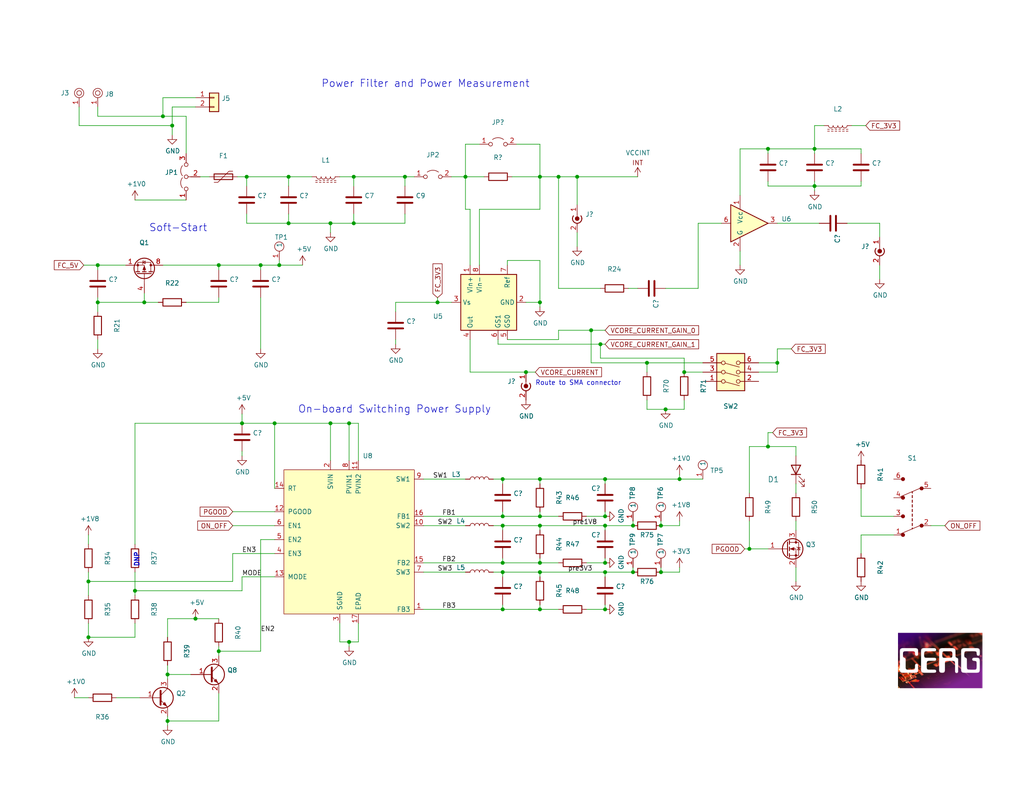
<source format=kicad_sch>
(kicad_sch (version 20211123) (generator eeschema)
  (paper "USLetter")
  (title_block (title "FOBOS Artix-7 a12t DUT - Power Circuitry") (date "2020-07-28") (rev "1.0") (company "Cryptographic Engineering Research Group") (comment 1 "License: Apache License Version 2.0") (comment 2 "Copyright © Cryptographic Engineering Research Group") (comment 3 "Author: Jens-Peter Kaps, Eddie Ferrufino") (comment 4 "Project: FOBOS Artix-7 a12t DUT"))
  (junction (at 222.25 50.8))
  (junction (at 74.93 115.57))
  (junction (at 45.72 184.15))
  (junction (at 110.49 48.26))
  (junction (at 222.25 40.64))
  (junction (at 119.38 82.55))
  (junction (at 209.55 121.92))
  (junction (at 165.1 130.81))
  (junction (at 147.32 166.37))
  (junction (at 44.45 31.75))
  (junction (at 96.52 48.26))
  (junction (at 147.32 48.26))
  (junction (at 212.09 99.06))
  (junction (at 147.32 82.55))
  (junction (at 36.83 161.29))
  (junction (at 45.72 196.85))
  (junction (at 163.83 93.98))
  (junction (at 161.29 90.17))
  (junction (at 137.16 153.67))
  (junction (at 152.4 48.26))
  (junction (at 165.1 153.67))
  (junction (at 147.32 156.21))
  (junction (at 59.69 177.8))
  (junction (at 76.2 72.39))
  (junction (at 95.25 115.57))
  (junction (at 209.55 40.64))
  (junction (at 172.72 156.21))
  (junction (at 127 48.26))
  (junction (at 39.37 82.55))
  (junction (at 96.52 60.96))
  (junction (at 165.1 156.21))
  (junction (at 59.69 72.39))
  (junction (at 172.72 143.51))
  (junction (at 165.1 140.97))
  (junction (at 143.51 101.6))
  (junction (at 137.16 143.51))
  (junction (at 24.13 173.99))
  (junction (at 181.61 111.76))
  (junction (at 165.1 166.37))
  (junction (at 95.25 175.26))
  (junction (at 90.17 115.57))
  (junction (at 53.34 168.91))
  (junction (at 186.69 101.6))
  (junction (at 78.74 48.26))
  (junction (at 137.16 166.37))
  (junction (at 147.32 143.51))
  (junction (at 71.12 72.39))
  (junction (at 137.16 140.97))
  (junction (at 180.34 156.21))
  (junction (at 185.42 130.81))
  (junction (at 24.13 158.75))
  (junction (at 137.16 130.81))
  (junction (at 180.34 143.51))
  (junction (at 26.67 82.55))
  (junction (at 147.32 153.67))
  (junction (at 157.48 48.26))
  (junction (at 26.67 72.39))
  (junction (at 78.74 60.96))
  (junction (at 147.32 140.97))
  (junction (at 147.32 130.81))
  (junction (at 90.17 60.96))
  (junction (at 67.31 48.26))
  (junction (at 46.99 34.29))
  (junction (at 165.1 143.51))
  (junction (at 66.04 115.57))
  (junction (at 137.16 156.21))
  (junction (at 204.47 149.86))
  (junction (at 176.53 99.06))
  (wire (pts (xy 137.16 132.08) (xy 137.16 130.81)))
  (wire (pts (xy 147.32 71.12) (xy 147.32 82.55)))
  (wire (pts (xy 71.12 147.32) (xy 71.12 177.8)))
  (wire (pts (xy 115.57 143.51) (xy 127 143.51)))
  (wire (pts (xy 165.1 93.98) (xy 163.83 93.98)))
  (wire (pts (xy 212.09 101.6) (xy 212.09 99.06)))
  (wire (pts (xy 115.57 166.37) (xy 137.16 166.37)))
  (wire (pts (xy 139.7 48.26) (xy 147.32 48.26)))
  (wire (pts (xy 123.19 48.26) (xy 127 48.26)))
  (wire (pts (xy 137.16 143.51) (xy 134.62 143.51)))
  (wire (pts (xy 45.72 181.61) (xy 45.72 184.15)))
  (wire (pts (xy 186.69 111.76) (xy 181.61 111.76)))
  (wire (pts (xy 115.57 153.67) (xy 137.16 153.67)))
  (wire (pts (xy 201.93 72.39) (xy 201.93 68.58)))
  (wire (pts (xy 59.69 176.53) (xy 59.69 177.8)))
  (wire (pts (xy 57.15 48.26) (xy 54.61 48.26)))
  (wire (pts (xy 147.32 156.21) (xy 137.16 156.21)))
  (wire (pts (xy 39.37 82.55) (xy 43.18 82.55)))
  (wire (pts (xy 127 48.26) (xy 132.08 48.26)))
  (wire (pts (xy 36.83 115.57) (xy 66.04 115.57)))
  (wire (pts (xy 137.16 153.67) (xy 147.32 153.67)))
  (wire (pts (xy 36.83 156.21) (xy 36.83 161.29)))
  (wire (pts (xy 147.32 140.97) (xy 137.16 140.97)))
  (wire (pts (xy 128.27 72.39) (xy 128.27 57.15)))
  (wire (pts (xy 209.55 49.53) (xy 209.55 50.8)))
  (wire (pts (xy 26.67 31.75) (xy 44.45 31.75)))
  (wire (pts (xy 165.1 140.97) (xy 165.1 139.7)))
  (wire (pts (xy 186.69 97.79) (xy 186.69 101.6)))
  (wire (pts (xy 137.16 166.37) (xy 137.16 165.1)))
  (wire (pts (xy 38.1 190.5) (xy 31.75 190.5)))
  (wire (pts (xy 234.95 41.91) (xy 234.95 40.64)))
  (wire (pts (xy 180.34 142.24) (xy 180.34 143.51)))
  (wire (pts (xy 92.71 175.26) (xy 95.25 175.26)))
  (wire (pts (xy 152.4 48.26) (xy 152.4 78.74)))
  (wire (pts (xy 207.01 101.6) (xy 212.09 101.6)))
  (wire (pts (xy 147.32 83.82) (xy 147.32 82.55)))
  (wire (pts (xy 135.89 93.98) (xy 135.89 92.71)))
  (wire (pts (xy 119.38 82.55) (xy 107.95 82.55)))
  (wire (pts (xy 171.45 78.74) (xy 173.99 78.74)))
  (wire (pts (xy 147.32 48.26) (xy 152.4 48.26)))
  (wire (pts (xy 185.42 143.51) (xy 180.34 143.51)))
  (wire (pts (xy 96.52 60.96) (xy 96.52 58.42)))
  (wire (pts (xy 95.25 175.26) (xy 95.25 176.53)))
  (wire (pts (xy 110.49 48.26) (xy 110.49 50.8)))
  (wire (pts (xy 95.25 115.57) (xy 90.17 115.57)))
  (wire (pts (xy 152.4 78.74) (xy 163.83 78.74)))
  (wire (pts (xy 212.09 60.96) (xy 223.52 60.96)))
  (wire (pts (xy 222.25 50.8) (xy 222.25 49.53)))
  (wire (pts (xy 234.95 50.8) (xy 234.95 49.53)))
  (wire (pts (xy 26.67 73.66) (xy 26.67 72.39)))
  (wire (pts (xy 165.1 130.81) (xy 165.1 132.08)))
  (wire (pts (xy 181.61 78.74) (xy 190.5 78.74)))
  (wire (pts (xy 59.69 82.55) (xy 59.69 81.28)))
  (wire (pts (xy 243.84 146.05) (xy 234.95 146.05)))
  (wire (pts (xy 95.25 125.73) (xy 95.25 115.57)))
  (wire (pts (xy 24.13 146.05) (xy 24.13 148.59)))
  (wire (pts (xy 152.4 90.17) (xy 161.29 90.17)))
  (wire (pts (xy 138.43 92.71) (xy 152.4 92.71)))
  (wire (pts (xy 181.61 111.76) (xy 176.53 111.76)))
  (wire (pts (xy 147.32 157.48) (xy 147.32 156.21)))
  (wire (pts (xy 115.57 130.81) (xy 127 130.81)))
  (wire (pts (xy 36.83 170.18) (xy 36.83 173.99)))
  (wire (pts (xy 36.83 161.29) (xy 66.04 161.29)))
  (wire (pts (xy 217.17 144.78) (xy 217.17 142.24)))
  (wire (pts (xy 201.93 40.64) (xy 209.55 40.64)))
  (wire (pts (xy 137.16 157.48) (xy 137.16 156.21)))
  (wire (pts (xy 222.25 40.64) (xy 222.25 34.29)))
  (wire (pts (xy 172.72 156.21) (xy 165.1 156.21)))
  (wire (pts (xy 66.04 115.57) (xy 74.93 115.57)))
  (wire (pts (xy 147.32 39.37) (xy 147.32 48.26)))
  (wire (pts (xy 210.82 118.11) (xy 209.55 118.11)))
  (wire (pts (xy 147.32 143.51) (xy 137.16 143.51)))
  (wire (pts (xy 204.47 134.62) (xy 204.47 121.92)))
  (wire (pts (xy 115.57 156.21) (xy 127 156.21)))
  (wire (pts (xy 147.32 166.37) (xy 147.32 165.1)))
  (wire (pts (xy 123.19 82.55) (xy 119.38 82.55)))
  (wire (pts (xy 21.59 34.29) (xy 46.99 34.29)))
  (wire (pts (xy 172.72 142.24) (xy 172.72 143.51)))
  (wire (pts (xy 157.48 48.26) (xy 173.99 48.26)))
  (wire (pts (xy 212.09 95.25) (xy 215.9 95.25)))
  (wire (pts (xy 217.17 134.62) (xy 217.17 132.08)))
  (wire (pts (xy 190.5 60.96) (xy 196.85 60.96)))
  (wire (pts (xy 217.17 154.94) (xy 217.17 158.75)))
  (wire (pts (xy 45.72 196.85) (xy 59.69 196.85)))
  (wire (pts (xy 78.74 60.96) (xy 78.74 58.42)))
  (wire (pts (xy 191.77 99.06) (xy 176.53 99.06)))
  (wire (pts (xy 26.67 31.75) (xy 26.67 29.21)))
  (wire (pts (xy 160.02 140.97) (xy 165.1 140.97)))
  (wire (pts (xy 67.31 60.96) (xy 78.74 60.96)))
  (wire (pts (xy 20.32 190.5) (xy 24.13 190.5)))
  (wire (pts (xy 63.5 143.51) (xy 74.93 143.51)))
  (wire (pts (xy 63.5 151.13) (xy 63.5 158.75)))
  (wire (pts (xy 138.43 72.39) (xy 138.43 71.12)))
  (wire (pts (xy 26.67 82.55) (xy 39.37 82.55)))
  (wire (pts (xy 107.95 82.55) (xy 107.95 85.09)))
  (wire (pts (xy 147.32 156.21) (xy 165.1 156.21)))
  (wire (pts (xy 209.55 50.8) (xy 222.25 50.8)))
  (wire (pts (xy 113.03 48.26) (xy 110.49 48.26)))
  (wire (pts (xy 92.71 170.18) (xy 92.71 175.26)))
  (wire (pts (xy 147.32 143.51) (xy 165.1 143.51)))
  (wire (pts (xy 203.2 149.86) (xy 204.47 149.86)))
  (wire (pts (xy 128.27 57.15) (xy 127 57.15)))
  (wire (pts (xy 78.74 60.96) (xy 90.17 60.96)))
  (wire (pts (xy 176.53 101.6) (xy 176.53 99.06)))
  (wire (pts (xy 165.1 156.21) (xy 165.1 157.48)))
  (wire (pts (xy 76.2 72.39) (xy 71.12 72.39)))
  (wire (pts (xy 234.95 146.05) (xy 234.95 151.13)))
  (wire (pts (xy 115.57 140.97) (xy 137.16 140.97)))
  (wire (pts (xy 53.34 29.21) (xy 46.99 29.21)))
  (wire (pts (xy 231.14 60.96) (xy 240.03 60.96)))
  (wire (pts (xy 45.72 173.99) (xy 45.72 168.91)))
  (wire (pts (xy 82.55 72.39) (xy 76.2 72.39)))
  (wire (pts (xy 212.09 99.06) (xy 212.09 95.25)))
  (wire (pts (xy 161.29 99.06) (xy 176.53 99.06)))
  (wire (pts (xy 160.02 166.37) (xy 165.1 166.37)))
  (wire (pts (xy 36.83 173.99) (xy 24.13 173.99)))
  (wire (pts (xy 209.55 41.91) (xy 209.55 40.64)))
  (wire (pts (xy 74.93 157.48) (xy 66.04 157.48)))
  (wire (pts (xy 222.25 34.29) (xy 224.79 34.29)))
  (wire (pts (xy 67.31 48.26) (xy 67.31 50.8)))
  (wire (pts (xy 137.16 130.81) (xy 134.62 130.81)))
  (wire (pts (xy 137.16 140.97) (xy 137.16 139.7)))
  (wire (pts (xy 161.29 90.17) (xy 165.1 90.17)))
  (wire (pts (xy 36.83 54.61) (xy 50.8 54.61)))
  (wire (pts (xy 209.55 121.92) (xy 217.17 121.92)))
  (wire (pts (xy 152.4 153.67) (xy 147.32 153.67)))
  (wire (pts (xy 138.43 71.12) (xy 147.32 71.12)))
  (wire (pts (xy 59.69 196.85) (xy 59.69 189.23)))
  (wire (pts (xy 90.17 60.96) (xy 96.52 60.96)))
  (wire (pts (xy 64.77 48.26) (xy 67.31 48.26)))
  (wire (pts (xy 143.51 101.6) (xy 146.05 101.6)))
  (wire (pts (xy 96.52 60.96) (xy 110.49 60.96)))
  (wire (pts (xy 107.95 92.71) (xy 107.95 93.98)))
  (wire (pts (xy 152.4 166.37) (xy 147.32 166.37)))
  (wire (pts (xy 24.13 156.21) (xy 24.13 158.75)))
  (wire (pts (xy 163.83 97.79) (xy 186.69 97.79)))
  (wire (pts (xy 74.93 151.13) (xy 63.5 151.13)))
  (wire (pts (xy 59.69 72.39) (xy 59.69 73.66)))
  (wire (pts (xy 36.83 161.29) (xy 36.83 162.56)))
  (wire (pts (xy 191.77 101.6) (xy 186.69 101.6)))
  (wire (pts (xy 26.67 72.39) (xy 34.29 72.39)))
  (wire (pts (xy 92.71 48.26) (xy 96.52 48.26)))
  (wire (pts (xy 71.12 177.8) (xy 59.69 177.8)))
  (wire (pts (xy 67.31 48.26) (xy 78.74 48.26)))
  (wire (pts (xy 74.93 115.57) (xy 74.93 133.35)))
  (wire (pts (xy 185.42 130.81) (xy 191.77 130.81)))
  (wire (pts (xy 128.27 101.6) (xy 143.51 101.6)))
  (wire (pts (xy 209.55 149.86) (xy 204.47 149.86)))
  (wire (pts (xy 53.34 26.67) (xy 44.45 26.67)))
  (wire (pts (xy 110.49 60.96) (xy 110.49 58.42)))
  (wire (pts (xy 66.04 113.03) (xy 66.04 115.57)))
  (wire (pts (xy 24.13 158.75) (xy 24.13 162.56)))
  (wire (pts (xy 232.41 34.29) (xy 236.22 34.29)))
  (wire (pts (xy 147.32 139.7) (xy 147.32 140.97)))
  (wire (pts (xy 130.81 57.15) (xy 147.32 57.15)))
  (wire (pts (xy 190.5 78.74) (xy 190.5 60.96)))
  (wire (pts (xy 45.72 198.12) (xy 45.72 196.85)))
  (wire (pts (xy 152.4 92.71) (xy 152.4 90.17)))
  (wire (pts (xy 240.03 60.96) (xy 240.03 64.77)))
  (wire (pts (xy 90.17 125.73) (xy 90.17 115.57)))
  (wire (pts (xy 46.99 29.21) (xy 46.99 34.29)))
  (wire (pts (xy 172.72 143.51) (xy 165.1 143.51)))
  (wire (pts (xy 147.32 132.08) (xy 147.32 130.81)))
  (wire (pts (xy 185.42 156.21) (xy 180.34 156.21)))
  (wire (pts (xy 147.32 57.15) (xy 147.32 48.26)))
  (wire (pts (xy 96.52 48.26) (xy 110.49 48.26)))
  (wire (pts (xy 78.74 48.26) (xy 78.74 50.8)))
  (wire (pts (xy 165.1 166.37) (xy 165.1 165.1)))
  (wire (pts (xy 24.13 170.18) (xy 24.13 173.99)))
  (wire (pts (xy 185.42 142.24) (xy 185.42 143.51)))
  (wire (pts (xy 39.37 80.01) (xy 39.37 82.55)))
  (wire (pts (xy 45.72 168.91) (xy 53.34 168.91)))
  (wire (pts (xy 119.38 82.55) (xy 119.38 81.28)))
  (wire (pts (xy 160.02 153.67) (xy 165.1 153.67)))
  (wire (pts (xy 161.29 90.17) (xy 161.29 99.06)))
  (wire (pts (xy 152.4 140.97) (xy 147.32 140.97)))
  (wire (pts (xy 67.31 58.42) (xy 67.31 60.96)))
  (wire (pts (xy 209.55 118.11) (xy 209.55 121.92)))
  (wire (pts (xy 71.12 81.28) (xy 71.12 95.25)))
  (wire (pts (xy 147.32 82.55) (xy 143.51 82.55)))
  (wire (pts (xy 222.25 41.91) (xy 222.25 40.64)))
  (wire (pts (xy 147.32 130.81) (xy 165.1 130.81)))
  (wire (pts (xy 44.45 31.75) (xy 50.8 31.75)))
  (wire (pts (xy 130.81 72.39) (xy 130.81 57.15)))
  (wire (pts (xy 66.04 123.19) (xy 66.04 124.46)))
  (wire (pts (xy 147.32 153.67) (xy 147.32 152.4)))
  (wire (pts (xy 234.95 40.64) (xy 222.25 40.64)))
  (wire (pts (xy 157.48 48.26) (xy 157.48 55.88)))
  (wire (pts (xy 172.72 154.94) (xy 172.72 156.21)))
  (wire (pts (xy 74.93 147.32) (xy 71.12 147.32)))
  (wire (pts (xy 24.13 158.75) (xy 63.5 158.75)))
  (wire (pts (xy 147.32 144.78) (xy 147.32 143.51)))
  (wire (pts (xy 21.59 29.21) (xy 21.59 34.29)))
  (wire (pts (xy 180.34 154.94) (xy 180.34 156.21)))
  (wire (pts (xy 44.45 26.67) (xy 44.45 31.75)))
  (wire (pts (xy 45.72 196.85) (xy 45.72 195.58)))
  (wire (pts (xy 97.79 115.57) (xy 95.25 115.57)))
  (wire (pts (xy 36.83 148.59) (xy 36.83 115.57)))
  (wire (pts (xy 26.67 82.55) (xy 26.67 85.09)))
  (wire (pts (xy 163.83 93.98) (xy 135.89 93.98)))
  (wire (pts (xy 78.74 48.26) (xy 85.09 48.26)))
  (wire (pts (xy 222.25 50.8) (xy 234.95 50.8)))
  (wire (pts (xy 157.48 63.5) (xy 157.48 67.31)))
  (wire (pts (xy 137.16 153.67) (xy 137.16 152.4)))
  (wire (pts (xy 74.93 139.7) (xy 63.5 139.7)))
  (wire (pts (xy 128.27 92.71) (xy 128.27 101.6)))
  (wire (pts (xy 90.17 115.57) (xy 74.93 115.57)))
  (wire (pts (xy 137.16 166.37) (xy 147.32 166.37)))
  (wire (pts (xy 204.47 121.92) (xy 209.55 121.92)))
  (wire (pts (xy 163.83 93.98) (xy 163.83 97.79)))
  (wire (pts (xy 152.4 48.26) (xy 157.48 48.26)))
  (wire (pts (xy 127 39.37) (xy 127 48.26)))
  (wire (pts (xy 209.55 40.64) (xy 222.25 40.64)))
  (wire (pts (xy 201.93 40.64) (xy 201.93 53.34)))
  (wire (pts (xy 234.95 133.35) (xy 234.95 140.97)))
  (wire (pts (xy 59.69 72.39) (xy 71.12 72.39)))
  (wire (pts (xy 52.07 184.15) (xy 45.72 184.15)))
  (wire (pts (xy 204.47 149.86) (xy 204.47 142.24)))
  (wire (pts (xy 127 57.15) (xy 127 48.26)))
  (wire (pts (xy 186.69 109.22) (xy 186.69 111.76)))
  (wire (pts (xy 90.17 60.96) (xy 90.17 63.5)))
  (wire (pts (xy 243.84 140.97) (xy 234.95 140.97)))
  (wire (pts (xy 76.2 71.12) (xy 76.2 72.39)))
  (wire (pts (xy 46.99 34.29) (xy 46.99 36.83)))
  (wire (pts (xy 66.04 157.48) (xy 66.04 161.29)))
  (wire (pts (xy 217.17 121.92) (xy 217.17 124.46)))
  (wire (pts (xy 137.16 156.21) (xy 134.62 156.21)))
  (wire (pts (xy 71.12 72.39) (xy 71.12 73.66)))
  (wire (pts (xy 257.81 143.51) (xy 254 143.51)))
  (wire (pts (xy 53.34 168.91) (xy 59.69 168.91)))
  (wire (pts (xy 165.1 143.51) (xy 165.1 144.78)))
  (wire (pts (xy 97.79 125.73) (xy 97.79 115.57)))
  (wire (pts (xy 50.8 82.55) (xy 59.69 82.55)))
  (wire (pts (xy 44.45 72.39) (xy 59.69 72.39)))
  (wire (pts (xy 207.01 99.06) (xy 212.09 99.06)))
  (wire (pts (xy 222.25 52.07) (xy 222.25 50.8)))
  (wire (pts (xy 185.42 129.54) (xy 185.42 130.81)))
  (wire (pts (xy 45.72 184.15) (xy 45.72 185.42)))
  (wire (pts (xy 96.52 48.26) (xy 96.52 50.8)))
  (wire (pts (xy 26.67 92.71) (xy 26.67 95.25)))
  (wire (pts (xy 176.53 111.76) (xy 176.53 109.22)))
  (wire (pts (xy 137.16 144.78) (xy 137.16 143.51)))
  (wire (pts (xy 165.1 153.67) (xy 165.1 152.4)))
  (wire (pts (xy 26.67 81.28) (xy 26.67 82.55)))
  (wire (pts (xy 50.8 31.75) (xy 50.8 41.91)))
  (wire (pts (xy 22.86 72.39) (xy 26.67 72.39)))
  (wire (pts (xy 130.81 39.37) (xy 127 39.37)))
  (wire (pts (xy 97.79 170.18) (xy 97.79 175.26)))
  (wire (pts (xy 185.42 154.94) (xy 185.42 156.21)))
  (wire (pts (xy 147.32 130.81) (xy 137.16 130.81)))
  (wire (pts (xy 240.03 76.2) (xy 240.03 72.39)))
  (wire (pts (xy 59.69 177.8) (xy 59.69 179.07)))
  (wire (pts (xy 165.1 130.81) (xy 185.42 130.81)))
  (wire (pts (xy 140.97 39.37) (xy 147.32 39.37)))
  (wire (pts (xy 97.79 175.26) (xy 95.25 175.26)))
  (image (at 256.54 180.34) (scale 0.85))
  (text "DNP" (at 38.1 154.94 90) (effects (font (size 1.27 1.27) (thickness 0.254) bold) (justify left bottom)))
  (text "On-board Switching Power Supply" (at 81.28 113.03 0) (effects (font (size 2.0066 2.0066)) (justify left bottom)))
  (text "Route to SMA connector" (at 146.05 105.41 0) (effects (font (size 1.27 1.27)) (justify left bottom)))
  (text "Soft-Start" (at 40.64 63.5 0) (effects (font (size 2.0066 2.0066)) (justify left bottom)))
  (text "Power Filter and Power Measurement" (at 87.63 24.13 0) (effects (font (size 2.0066 2.0066)) (justify left bottom)))
  (label "FB3" (at 120.65 166.37 0))
  (label "EN2" (at 71.12 172.72 0))
  (label "EN3" (at 66.04 151.13 0))
  (label "FB1" (at 120.65 140.97 0))
  (label "FB2" (at 120.65 153.67 0))
  (label "SW1" (at 118.11 130.81 0))
  (label "SW3" (at 119.38 156.21 0))
  (label "MODE" (at 66.04 157.48 0))
  (label "pre1V8" (at 156.21 143.51 0))
  (label "SW2" (at 119.38 143.51 0))
  (label "pre3V3" (at 154.94 156.21 0))
  (global_label "PGOOD" (shape input) (at 63.5 139.7 180) (property "Intersheet References" "${INTERSHEET_REFS}" (effects hide)))
  (global_label "FC_3V3" (shape input) (at 210.82 118.11 0) (property "Intersheet References" "${INTERSHEET_REFS}" (effects hide)))
  (global_label "VCORE_CURRENT_GAIN_0" (shape input) (at 165.1 90.17 0) (property "Intersheet References" "${INTERSHEET_REFS}" (effects hide)))
  (global_label "FC_3V3" (shape input) (at 236.22 34.29 0) (property "Intersheet References" "${INTERSHEET_REFS}" (effects hide)))
  (global_label "PGOOD" (shape input) (at 203.2 149.86 180) (property "Intersheet References" "${INTERSHEET_REFS}" (effects hide)))
  (global_label "VCORE_CURRENT_GAIN_1" (shape input) (at 165.1 93.98 0) (property "Intersheet References" "${INTERSHEET_REFS}" (effects hide)))
  (global_label "FC_3V3" (shape input) (at 119.38 81.28 90) (property "Intersheet References" "${INTERSHEET_REFS}" (effects hide)))
  (global_label "VCORE_CURRENT" (shape input) (at 146.05 101.6 0) (property "Intersheet References" "${INTERSHEET_REFS}" (effects hide)))
  (global_label "ON_OFF" (shape input) (at 63.5 143.51 180) (property "Intersheet References" "${INTERSHEET_REFS}" (effects hide)))
  (global_label "FC_3V3" (shape input) (at 215.9 95.25 0) (property "Intersheet References" "${INTERSHEET_REFS}" (effects hide)))
  (global_label "FC_5V" (shape input) (at 22.86 72.39 180) (property "Intersheet References" "${INTERSHEET_REFS}" (effects hide)))
  (global_label "ON_OFF" (shape input) (at 257.81 143.51 0) (property "Intersheet References" "${INTERSHEET_REFS}" (effects hide)))
  (symbol (lib_id "power:+5V") (at 82.55 72.39 0) (unit 1)
    (property "Reference" "#PWR0121" (effects hide))
  )
  (symbol (lib_id "cerg:INA225") (at 133.35 82.55 90) (mirror x) (unit 1)
    (property "Reference" "U5" (at 118.11 86.36 90) (effects (justify right)))
    (property "Description" "IC MONITOR PWR/CUR BIDIR 8VSSOP" (effects hide))
    (property "MPN" "INA225AIDGKT" (effects hide))
    (property "Manufacturer" "Texas Instruments" (effects hide))
  )
  (symbol (lib_id "power:+1V0") (at 36.83 54.61 0) (unit 1)
    (property "Reference" "#PWR0122" (effects hide))
  )
  (symbol (lib_id "cerg:VCCINT") (at 173.99 48.26 0) (unit 1)
    (property "Reference" "#PWR0123" (effects hide))
  )
  (symbol (lib_id "Device:C") (at 26.67 77.47 0) (unit 1)
    (property "Reference" "C?" (at 29.591 76.3016 0) (effects (justify left)))
    (property "Description" "CAP CER 0.1UF 6.3V X7R 0603" (effects hide))
    (property "MPN" "06036C104KAT4A" (effects hide))
    (property "Manufacturer" "AVX Corporation" (effects hide))
  )
  (symbol (lib_id "Device:C") (at 59.69 77.47 0) (unit 1)
    (property "Reference" "C?" (at 62.611 76.3016 0) (effects (justify left)))
    (property "Description" "CAP CER 10000PF 10V X7R 0603" (effects hide))
    (property "MPN" "885012206014" (effects hide))
    (property "Manufacturer" "Würth Elektronik" (effects hide))
  )
  (symbol (lib_id "Device:R") (at 46.99 82.55 270) (unit 1)
    (property "Reference" "R22" (at 46.99 77.2922 90))
    (property "Description" "RES 100 OHM 5% 1/10W 0603 SMD" (effects hide))
    (property "MPN" "ERJ-U03J101V" (effects hide))
    (property "Manufacturer" "Panasonic Electronic Components" (effects hide))
  )
  (symbol (lib_id "Device:R") (at 26.67 88.9 180) (unit 1)
    (property "Reference" "R21" (at 31.9278 88.9 90))
    (property "Description" "RES SMD 1M OHM 5% 1/10W 0603" (effects hide))
    (property "MPN" "ERJ-3GEYJ105V" (effects hide))
    (property "Manufacturer" "Panasonic Electronic Components" (effects hide))
  )
  (symbol (lib_id "Transistor_FET:FDS9435A") (at 39.37 74.93 270) (mirror x) (unit 1)
    (property "Reference" "Q1" (at 39.37 66.2432 90))
    (property "Datasheet" "https://www.onsemi.com/pub/Collateral/FDS9435A-D.PDF" (effects hide))
    (property "Description" "MOSFET P-CH 30V 5.3A 8SOIC" (effects hide))
    (property "MPN" "FDS9435A" (effects hide))
    (property "Manufacturer" "ON Semiconductor" (effects hide))
  )
  (symbol (lib_id "power:GND") (at 26.67 95.25 0) (unit 1)
    (property "Reference" "#PWR0119" (effects hide))
  )
  (symbol (lib_id "Device:C") (at 71.12 77.47 0) (unit 1)
    (property "Reference" "C?" (at 74.041 76.3016 0) (effects (justify left)))
    (property "Description" "CAP CER 10UF 6.3V X7R 0805" (effects hide))
    (property "MPN" "GRM21BR70J106KA73L" (effects hide))
    (property "Manufacturer" "Murata Electronics" (effects hide))
  )
  (symbol (lib_id "power:GND") (at 71.12 95.25 0) (unit 1)
    (property "Reference" "#PWR0120" (effects hide))
  )
  (symbol (lib_id "Connector:Conn_Coaxial_Power") (at 157.48 58.42 0) (unit 1)
    (property "Reference" "J?" (at 159.7152 58.5216 0) (effects (justify left)))
    (property "Description" "CONN SMA JACK STR 50OHM EDGE MNT" (effects hide))
    (property "MPN" "142-0701-801" (effects hide))
    (property "Manufacturer" "Cinch Connectivity Solutions Johnson" (effects hide))
  )
  (symbol (lib_id "power:GND") (at 157.48 67.31 0) (unit 1)
    (property "Reference" "#PWR?" (effects hide))
  )
  (symbol (lib_id "Device:Polyfuse") (at 60.96 48.26 270) (unit 1)
    (property "Reference" "F1" (at 60.96 42.545 90))
    (property "Description" "FUSE BOARD MOUNT 2A 63VDC 1206" (effects hide))
    (property "MPN" "ERB-RG2R00V" (effects hide))
    (property "Manufacturer" "Panasonic Electronic Components" (effects hide))
  )
  (symbol (lib_id "Device:C") (at 67.31 54.61 0) (unit 1)
    (property "Reference" "C?" (at 70.231 53.4416 0) (effects (justify left)))
    (property "Description" "CAP CER 0.1UF 6.3V X7R 0603" (effects hide))
    (property "MPN" "06036C104KAT4A" (effects hide))
    (property "Manufacturer" "AVX Corporation" (effects hide))
  )
  (symbol (lib_id "Device:C") (at 78.74 54.61 0) (unit 1)
    (property "Reference" "C?" (at 81.661 53.4416 0) (effects (justify left)))
    (property "Description" "CAP CER 10UF 6.3V X7R 0805" (effects hide))
    (property "MPN" "GRM21BR70J106KA73L" (effects hide))
    (property "Manufacturer" "Murata Electronics" (effects hide))
  )
  (symbol (lib_id "Device:C") (at 110.49 54.61 0) (unit 1)
    (property "Reference" "C9" (at 113.411 53.4416 0) (effects (justify left)))
    (property "Description" "CAP CER 0.1UF 6.3V X7R 0603" (effects hide))
    (property "MPN" "06036C104KAT4A" (effects hide))
    (property "Manufacturer" "AVX Corporation" (effects hide))
  )
  (symbol (lib_id "Device:C") (at 96.52 54.61 0) (unit 1)
    (property "Reference" "C7" (at 99.441 53.4416 0) (effects (justify left)))
    (property "Part" "GRM21BR60J476ME15K" (effects hide))
    (property "Description" "CAP CER 47UF 6.3V X5R 0805" (effects hide))
    (property "MPN" "CL21A476MQYNNNE" (effects hide))
    (property "Manufacturer" "Samsung Electro-Mechanics" (effects hide))
  )
  (symbol (lib_id "dut-artix7-a12t-rescue:L_Core_Ferrite-Device") (at 88.9 48.26 270) (unit 1)
    (property "Reference" "L1" (at 88.9 43.7388 90))
  )
  (symbol (lib_id "power:GND") (at 90.17 63.5 0) (unit 1)
    (property "Reference" "#PWR0113" (effects hide))
  )
  (symbol (lib_id "Device:R") (at 135.89 48.26 270) (unit 1)
    (property "Reference" "R?" (at 135.89 43.0022 90))
    (property "Description" "RES 0.1 OHM 1% 3/4W 1206" (effects hide))
    (property "MPN" "KRL1632E-M-R100-F-T5" (effects hide))
    (property "Manufacturer" "Susumu" (effects hide))
  )
  (symbol (lib_id "Connector:Conn_Coaxial_Power") (at 240.03 67.31 0) (unit 1)
    (property "Reference" "J?" (at 234.95 67.31 0) (effects (justify left)))
    (property "Description" "CONN SMA JACK STR 50OHM EDGE MNT" (effects hide))
    (property "MPN" "142-0701-801" (effects hide))
    (property "Manufacturer" "Cinch Connectivity Solutions Johnson" (effects hide))
  )
  (symbol (lib_id "power:GND") (at 240.03 76.2 0) (unit 1)
    (property "Reference" "#PWR?" (effects hide))
  )
  (symbol (lib_id "dut-artix7-a12t-rescue:Jumper_3_Open-Jumper") (at 50.8 48.26 90) (unit 1)
    (property "Reference" "JP1" (at 48.6156 47.0916 90) (effects (justify left)))
    (property "Description" "CONN HEADER VERT 3POS 2.54MM" (effects hide))
    (property "MPN" "77311-822-03LF" (effects hide))
    (property "Manufacturer" "Amphenol ICC (FCI)" (effects hide))
  )
  (symbol (lib_id "Jumper:Jumper_2_Open") (at 135.89 39.37 0) (unit 1)
    (property "Reference" "JP?" (at 135.89 33.401 0))
    (property "Description" "CONN HEADER VERT 2POS 2.54MM" (effects hide))
    (property "MPN" "10129378-902001BLF" (effects hide))
    (property "Manufacturer" "Amphenol ICC (FCI)" (effects hide))
  )
  (symbol (lib_id "Jumper:Jumper_2_Open") (at 118.11 48.26 0) (unit 1)
    (property "Reference" "JP2" (at 118.11 42.291 0))
    (property "Description" "CONN HEADER VERT 2POS 2.54MM" (effects hide))
    (property "MPN" "10129378-902001BLF" (effects hide))
    (property "Manufacturer" "Amphenol ICC (FCI)" (effects hide))
  )
  (symbol (lib_id "Device:R") (at 167.64 78.74 270) (unit 1)
    (property "Reference" "R24" (at 167.64 73.4822 90))
    (property "Description" "RES SMD 49.9 OHM 1% 1/10W 0603" (effects hide))
    (property "MPN" "ERJ-3EKF49R9V" (effects hide))
    (property "Manufacturer" "Panasonic Electronic Components" (effects hide))
  )
  (symbol (lib_id "Device:C") (at 177.8 78.74 270) (unit 1)
    (property "Reference" "C?" (at 178.9684 81.661 0) (effects (justify left)))
    (property "Description" "CAP CER 0.1UF 6.3V X7R 0603" (effects hide))
    (property "MPN" "06036C104KAT4A" (effects hide))
    (property "Manufacturer" "AVX Corporation" (effects hide))
  )
  (symbol (lib_id "RF_Amplifier:BGA2801") (at 204.47 60.96 0) (unit 1)
    (property "Reference" "U6" (at 213.2076 59.7916 0) (effects (justify left)))
    (property "Datasheet" "https://www.nxp.com/docs/en/data-sheet/BGA2801.pdf" (effects hide))
    (property "Description" "IC RF AMP GP 0HZ-2.2GHZ 6TSSOP" (effects hide))
    (property "MPN" "BGA2801,115" (effects hide))
    (property "Manufacturer" "NXP USA Inc." (effects hide))
  )
  (symbol (lib_id "Device:C") (at 227.33 60.96 270) (unit 1)
    (property "Reference" "C?" (at 228.4984 63.881 0) (effects (justify left)))
    (property "Description" "CAP CER 0.1UF 6.3V X7R 0603" (effects hide))
    (property "MPN" "06036C104KAT4A" (effects hide))
    (property "Manufacturer" "AVX Corporation" (effects hide))
  )
  (symbol (lib_id "power:GND") (at 201.93 72.39 0) (unit 1)
    (property "Reference" "#PWR?" (effects hide))
  )
  (symbol (lib_id "Device:C") (at 209.55 45.72 0) (unit 1)
    (property "Reference" "C?" (at 212.471 44.5516 0) (effects (justify left)))
    (property "Description" "CAP CER 4700PF 10V X7R 0603" (effects hide))
    (property "MPN" "885012206012" (effects hide))
    (property "Manufacturer" "Würth Elektronik" (effects hide))
  )
  (symbol (lib_id "Device:C") (at 222.25 45.72 0) (unit 1)
    (property "Reference" "C?" (at 225.171 44.5516 0) (effects (justify left)))
    (property "Description" "CAP CER 0.1UF 6.3V X7R 0603" (effects hide))
    (property "MPN" "06036C104KAT4A" (effects hide))
    (property "Manufacturer" "AVX Corporation" (effects hide))
  )
  (symbol (lib_id "Device:C") (at 234.95 45.72 0) (unit 1)
    (property "Reference" "C?" (at 237.871 44.5516 0) (effects (justify left)))
    (property "Description" "CAP CER 2.2UF 6.3V X7R 0805" (effects hide))
    (property "MPN" "885012207001" (effects hide))
    (property "Manufacturer" "Würth Elektronik" (effects hide))
  )
  (symbol (lib_id "power:GND") (at 222.25 52.07 0) (unit 1)
    (property "Reference" "#PWR?" (effects hide))
  )
  (symbol (lib_id "dut-artix7-a12t-rescue:L_Core_Ferrite-Device") (at 228.6 34.29 270) (unit 1)
    (property "Reference" "L2" (at 228.6 29.7688 90))
  )
  (symbol (lib_id "power:GND") (at 46.99 36.83 0) (unit 1)
    (property "Reference" "#PWR0118" (effects hide))
  )
  (symbol (lib_id "power:+5V") (at 66.04 113.03 0) (unit 1)
    (property "Reference" "#PWR07" (effects hide))
  )
  (symbol (lib_id "Device:R") (at 234.95 154.94 180) (unit 1)
    (property "Reference" "R42" (at 240.2078 154.94 90))
    (property "Description" "RES SMD 10K OHM 1% 1/10W 0603" (effects hide))
    (property "MPN" "ERJ-3EKF1002V" (effects hide))
    (property "Manufacturer" "Panasonic Electronic Components" (effects hide))
  )
  (symbol (lib_id "Device:R") (at 234.95 129.54 180) (unit 1)
    (property "Reference" "R41" (at 240.2078 129.54 90))
    (property "Description" "RES SMD 4.7K OHM 5% 1/10W 0603" (effects hide))
    (property "MPN" "ERJ-3GEYJ472V" (effects hide))
    (property "Manufacturer" "Panasonic Electronic Components" (effects hide))
  )
  (symbol (lib_id "power:GND") (at 234.95 158.75 0) (unit 1)
    (property "Reference" "#PWR011" (effects hide))
  )
  (symbol (lib_id "power:+5V") (at 234.95 125.73 0) (unit 1)
    (property "Reference" "#PWR010" (effects hide))
  )
  (symbol (lib_id "power:+1V0") (at 185.42 129.54 0) (unit 1)
    (property "Reference" "#PWR014" (effects hide))
  )
  (symbol (lib_id "dut-artix7-a12t-rescue:+3.3V-power") (at 185.42 154.94 0) (unit 1)
    (property "Reference" "#PWR016" (effects hide))
  )
  (symbol (lib_id "power:GND") (at 95.25 176.53 0) (unit 1)
    (property "Reference" "#PWR09" (effects hide))
  )
  (symbol (lib_id "power:GND") (at 165.1 140.97 90) (unit 1)
    (property "Reference" "#PWR03" (effects hide))
  )
  (symbol (lib_id "cerg:LTC3569EFE#PBF") (at 77.47 130.81 0) (unit 1)
    (property "Reference" "U8" (at 100.33 124.46 0))
    (property "Description" "IC REG BUCK ADJ TRPL 16TSSOP" (effects hide))
    (property "MPN" "LTC3569EFE#PBF" (effects hide))
    (property "Manufacturer" "Analog Devices Inc." (effects hide))
  )
  (symbol (lib_id "Device:R") (at 24.13 152.4 180) (unit 1)
    (property "Reference" "R34" (at 29.3878 152.4 90))
    (property "Description" "RES SMD 3.48K OHM 1% 1/10W 0603" (effects hide))
    (property "MPN" "ERJ-3EKF3481V" (effects hide))
    (property "Manufacturer" "Panasonic Electronic Components" (effects hide))
  )
  (symbol (lib_id "Device:R") (at 24.13 166.37 180) (unit 1)
    (property "Reference" "R35" (at 29.3878 166.37 90))
    (property "Description" "RES SMD 10K OHM 1% 1/10W 0603" (effects hide))
    (property "MPN" "ERJ-3EKF1002V" (effects hide))
    (property "Manufacturer" "Panasonic Electronic Components" (effects hide))
  )
  (symbol (lib_id "Device:R") (at 36.83 152.4 180) (unit 1)
    (property "Reference" "R37" (at 42.0878 152.4 90))
    (property "Description" "RES 0 OHM JUMPER 1/10W 0603" (effects hide))
    (property "MPN" "RMCF0603ZT0R00" (effects hide))
    (property "Manufacturer" "Stackpole Electronics Inc" (effects hide))
  )
  (symbol (lib_id "Device:R") (at 36.83 166.37 180) (unit 1)
    (property "Reference" "R38" (at 42.0878 166.37 90))
    (property "Description" "RES 100 KOHMS 0.5% 1/10W 0603" (effects hide))
    (property "MPN" "ERA-3AED104V" (effects hide))
    (property "Manufacturer" "Panasonic Electronic Components" (effects hide))
  )
  (symbol (lib_id "power:+1V8") (at 24.13 146.05 0) (unit 1)
    (property "Reference" "#PWR02" (effects hide))
  )
  (symbol (lib_id "Device:C") (at 66.04 119.38 0) (unit 1)
    (property "Reference" "C?" (at 68.961 118.2116 0) (effects (justify left)))
    (property "Description" "CAP CER 22UF 6.3V X5R 0805" (effects hide))
    (property "MPN" "CL21A226KQCLRNC" (effects hide))
    (property "Manufacturer" "Samsung Electro-Mechanics" (effects hide))
  )
  (symbol (lib_id "power:GND") (at 66.04 124.46 0) (unit 1)
    (property "Reference" "#PWR08" (effects hide))
  )
  (symbol (lib_id "power:GND") (at 24.13 173.99 0) (unit 1)
    (property "Reference" "#PWR04" (effects hide))
  )
  (symbol (lib_id "power:GND") (at 217.17 158.75 0) (unit 1)
    (property "Reference" "#PWR017" (effects hide))
  )
  (symbol (lib_id "Device:LED") (at 217.17 128.27 90) (unit 1)
    (property "Reference" "D1" (at 212.6488 130.8862 90) (effects (font (size 1.524 1.524)) (justify left)))
    (property "Datasheet" "https://dammedia.osram.info/media/resource/hires/osram-dam-2493945/LG%20L29K.pdf" (effects hide))
    (property "Digi-Key_PN" "475-2709-1-ND" (effects hide))
    (property "MPN" "LG L29K-G2J1-24-Z" (effects hide))
    (property "Category" "Optoelectronics" (effects hide))
    (property "Family" "LED Indication - Discrete" (effects hide))
    (property "DK_Datasheet_Link" "https://dammedia.osram.info/media/resource/hires/osram-dam-2493945/LG%20L29K.pdf" (effects hide))
    (property "DK_Detail_Page" "/product-detail/en/osram-opto-semiconductors-inc/LG-L29K-G2J1-24-Z/475-2709-1-ND/1938876" (effects hide))
    (property "Description" "LED GREEN DIFFUSED 0603 SMD" (effects hide))
    (property "Manufacturer" "OSRAM Opto Semiconductors Inc." (effects hide))
    (property "Status" "Active" (effects hide))
  )
  (symbol (lib_id "Device:R") (at 204.47 138.43 0) (unit 1)
    (property "Reference" "R49" (at 209.55 138.43 90))
    (property "Description" "RES 100 KOHMS 0.5% 1/10W 0603" (effects hide))
    (property "MPN" "ERA-3AED104V" (effects hide))
    (property "Manufacturer" "Panasonic Electronic Components" (effects hide))
  )
  (symbol (lib_id "Device:R") (at 217.17 138.43 0) (unit 1)
    (property "Reference" "R50" (at 222.25 138.43 90))
    (property "Description" "RES SMD 806 OHM 1% 1/10W 0603" (effects hide))
    (property "MPN" "RC0603FR-07806RL" (effects hide))
    (property "Manufacturer" "Yageo" (effects hide))
  )
  (symbol (lib_id "Device:R") (at 59.69 172.72 180) (unit 1)
    (property "Reference" "R40" (at 64.9478 172.72 90))
    (property "Description" "RES 100 KOHMS 0.5% 1/10W 0603" (effects hide))
    (property "MPN" "ERA-3AED104V" (effects hide))
    (property "Manufacturer" "Panasonic Electronic Components" (effects hide))
  )
  (symbol (lib_id "Device:R") (at 45.72 177.8 180) (unit 1)
    (property "Reference" "R39" (at 50.9778 177.8 90))
    (property "Description" "RES 100 KOHMS 0.5% 1/10W 0603" (effects hide))
    (property "MPN" "ERA-3AED104V" (effects hide))
    (property "Manufacturer" "Panasonic Electronic Components" (effects hide))
  )
  (symbol (lib_id "Device:R") (at 27.94 190.5 90) (unit 1)
    (property "Reference" "R36" (at 27.94 195.7578 90))
    (property "Description" "RES SMD 1K OHM 0.5% 1/10W 0603" (effects hide))
    (property "MPN" "ERA-3AED102V" (effects hide))
    (property "Manufacturer" "Panasonic Electronic Components" (effects hide))
  )
  (symbol (lib_id "power:+5V") (at 53.34 168.91 0) (unit 1)
    (property "Reference" "#PWR06" (effects hide))
  )
  (symbol (lib_id "power:+1V0") (at 20.32 190.5 0) (unit 1)
    (property "Reference" "#PWR01" (effects hide))
  )
  (symbol (lib_id "power:GND") (at 45.72 198.12 0) (unit 1)
    (property "Reference" "#PWR05" (effects hide))
  )
  (symbol (lib_id "Device:L") (at 130.81 130.81 90) (unit 1)
    (property "Reference" "L3" (at 124.46 129.54 90))
    (property "Datasheet" "https://www.mouser.com/ProductDetail/Bourns/SRN2012-1R5M/?qs=U0ECReq1GB%2FS6CSJ%2FWDZfQ%3D%3D" (effects hide))
    (property "MPN" "SRN2012-1R5M" (effects hide))
    (property "Description" "FIXED IND 1.5UH 1.8A 108MOHM SMD" (effects hide))
    (property "Manufacturer" "Bourns Inc." (effects hide))
  )
  (symbol (lib_id "Device:L") (at 130.81 143.51 90) (unit 1)
    (property "Reference" "L4" (at 125.73 142.24 90))
    (property "Datasheet" "https://www.digikey.com/en/products/detail/taiyo-yuden/BRC2012T3R3MD/2648984?s=N4IgTCBcDaIEICUDCYAMBGMAVAzAnAsgCIgC6AvkA" (effects hide))
    (property "MPN" "BRC2012T3R3MD" (effects hide))
    (property "Description" "FIXED IND 3.3UH 870MA 221MOHM SM" (effects hide))
    (property "Manufacturer" "Taiyo Yuden" (effects hide))
  )
  (symbol (lib_id "Device:L") (at 130.81 156.21 90) (unit 1)
    (property "Reference" "L5" (at 125.73 154.94 90))
    (property "Datasheet" "https://www.digikey.com/en/products/detail/bourns-inc/SRN2010-2R2M/4867667?s=N4IgTCBcDaIMoCUByYAMBGVBaMCwFkQBdAXyA" (effects hide))
    (property "MPN" "SRN2010-2R2M" (effects hide))
    (property "Description" "FIXED IND 2.2UH 1.7A 170MOHM SMD" (effects hide))
    (property "Manufacturer" "Bourns Inc." (effects hide))
  )
  (symbol (lib_id "Device:C") (at 137.16 135.89 0) (unit 1)
    (property "Reference" "C?" (at 140.081 134.7216 0) (effects (justify left)))
    (property "Description" "CAP CER 0603 20PF 10V ULTRA STAB" (effects hide))
    (property "MPN" "C0603C200G8HAC7867" (effects hide))
    (property "Manufacturer" "KEMET" (effects hide))
  )
  (symbol (lib_id "Device:C") (at 137.16 148.59 0) (unit 1)
    (property "Reference" "C?" (at 140.081 147.4216 0) (effects (justify left)))
    (property "Description" "CAP CER 0603 20PF 10V ULTRA STAB" (effects hide))
    (property "MPN" "C0603C200G8HAC7867" (effects hide))
    (property "Manufacturer" "KEMET" (effects hide))
  )
  (symbol (lib_id "Device:C") (at 137.16 161.29 0) (unit 1)
    (property "Reference" "C?" (at 140.081 160.1216 0) (effects (justify left)))
    (property "Description" "CAP CER 0603 20PF 10V ULTRA STAB" (effects hide))
    (property "MPN" "C0603C200G8HAC7867" (effects hide))
    (property "Manufacturer" "KEMET" (effects hide))
  )
  (symbol (lib_id "Device:R") (at 147.32 135.89 180) (unit 1)
    (property "Reference" "R43" (at 152.5778 135.89 90))
    (property "Description" "RES SMD 10K OHM 1% 1/10W 0603" (effects hide))
    (property "MPN" "ERJ-3EKF1002V" (effects hide))
    (property "Manufacturer" "Panasonic Electronic Components" (effects hide))
  )
  (symbol (lib_id "Device:R") (at 147.32 148.59 180) (unit 1)
    (property "Reference" "R44" (at 152.5778 148.59 90))
    (property "Description" "RES SMD 10K OHM 1% 1/10W 0603" (effects hide))
    (property "MPN" "ERJ-3EKF1002V" (effects hide))
    (property "Manufacturer" "Panasonic Electronic Components" (effects hide))
  )
  (symbol (lib_id "Device:R") (at 147.32 161.29 180) (unit 1)
    (property "Reference" "R45" (at 152.5778 161.29 90))
    (property "Description" "RES SMD 10K OHM 1% 1/10W 0603" (effects hide))
    (property "MPN" "ERJ-3EKF1002V" (effects hide))
    (property "Manufacturer" "Panasonic Electronic Components" (effects hide))
  )
  (symbol (lib_id "Device:R") (at 156.21 140.97 90) (unit 1)
    (property "Reference" "R46" (at 156.21 135.89 90))
    (property "Description" "RES SMD 120K OHM 1% 1/10W 0603" (effects hide))
    (property "MPN" "ERJ-3EKF1203V" (effects hide))
    (property "Manufacturer" "Panasonic Electronic Components" (effects hide))
  )
  (symbol (lib_id "Device:R") (at 156.21 153.67 90) (unit 1)
    (property "Reference" "R47" (at 156.21 148.59 90))
    (property "Description" "RES SMD 120K OHM 1% 1/10W 0603" (effects hide))
    (property "MPN" "ERJ-3EKF1203V" (effects hide))
    (property "Manufacturer" "Panasonic Electronic Components" (effects hide))
  )
  (symbol (lib_id "Device:R") (at 156.21 166.37 90) (unit 1)
    (property "Reference" "R48" (at 156.21 161.29 90))
    (property "Description" "RES SMD 57.6K OHM 1% 1/10W 0603" (effects hide))
    (property "MPN" "ERJ-3EKF5762V" (effects hide))
    (property "Manufacturer" "Panasonic Electronic Components" (effects hide))
  )
  (symbol (lib_id "Device:C") (at 165.1 135.89 0) (unit 1)
    (property "Reference" "C?" (at 161.29 133.35 0) (effects (justify left)))
    (property "Description" "CAP CER 22UF 6.3V X5R 0805" (effects hide))
    (property "MPN" "CL21A226KQCLRNC" (effects hide))
    (property "Manufacturer" "Samsung Electro-Mechanics" (effects hide))
  )
  (symbol (lib_id "Device:C") (at 165.1 148.59 0) (unit 1)
    (property "Reference" "C?" (at 161.29 146.05 0) (effects (justify left)))
    (property "Description" "CAP CER 10UF 6.3V X7R 0805" (effects hide))
    (property "MPN" "GRM21BR70J106KA73L" (effects hide))
    (property "Manufacturer" "Murata Electronics" (effects hide))
  )
  (symbol (lib_id "Device:C") (at 165.1 161.29 0) (unit 1)
    (property "Reference" "C?" (at 168.021 160.1216 0) (effects (justify left)))
    (property "Description" "CAP CER 10UF 6.3V X7R 0805" (effects hide))
    (property "MPN" "GRM21BR70J106KA73L" (effects hide))
    (property "Manufacturer" "Murata Electronics" (effects hide))
  )
  (symbol (lib_id "power:GND") (at 165.1 153.67 90) (unit 1)
    (property "Reference" "#PWR012" (effects hide))
  )
  (symbol (lib_id "power:GND") (at 165.1 166.37 90) (unit 1)
    (property "Reference" "#PWR013" (effects hide))
  )
  (symbol (lib_id "power:+1V8") (at 185.42 142.24 0) (unit 1)
    (property "Reference" "#PWR015" (effects hide))
  )
  (symbol (lib_id "power:GND") (at 147.32 83.82 0) (unit 1)
    (property "Reference" "#PWR?" (effects hide))
  )
  (symbol (lib_id "cerg:5281") (at 191.77 128.27 0) (unit 1)
    (property "Reference" "TP5" (at 193.7512 128.4732 0) (effects (justify left)))
    (property "Datasheet" "https://www.keyelco.com/product.cfm/product_id/14628/stepAccess/2813779" (effects hide))
    (property "Description" "TEST POINT (BLACK) - MULTIPURPOS" (effects hide))
    (property "MPN" "5281" (effects hide))
    (property "Manufacturer" "Keystone Electronics" (effects hide))
  )
  (symbol (lib_id "cerg:5281") (at 76.2 68.58 0) (unit 1)
    (property "Reference" "TP1" (at 74.93 64.77 0) (effects (justify left)))
    (property "Datasheet" "https://www.keyelco.com/product.cfm/product_id/14628/stepAccess/2813779" (effects hide))
    (property "Description" "TEST POINT (BLACK) - MULTIPURPOS" (effects hide))
    (property "MPN" "5281" (effects hide))
    (property "Manufacturer" "Keystone Electronics" (effects hide))
  )
  (symbol (lib_id "Device:C") (at 107.95 88.9 0) (unit 1)
    (property "Reference" "C?" (at 110.871 87.7316 0) (effects (justify left)))
    (property "Description" "CAP CER 0.1UF 6.3V X7R 0603" (effects hide))
    (property "MPN" "06036C104KAT4A" (effects hide))
    (property "Manufacturer" "AVX Corporation" (effects hide))
  )
  (symbol (lib_id "power:GND") (at 107.95 93.98 0) (unit 1)
    (property "Reference" "#PWR?" (effects hide))
  )
  (symbol (lib_id "cerg:575-8") (at 21.59 25.4 0) (unit 1)
    (property "Reference" "J3" (at 16.51 25.4 0) (effects (justify left)))
    (property "Datasheet" "https://www.digikey.com/en/products/detail/keystone-electronics/575-8/318495" (effects hide))
    (property "Description" "CONN BANANA JACK SOLDER" (effects hide))
    (property "MPN" "575-8" (effects hide))
    (property "Manufacturer" "Keystone Electronics" (effects hide))
  )
  (symbol (lib_id "cerg:575-8") (at 26.67 25.4 0) (unit 1)
    (property "Reference" "J8" (at 28.6512 25.7048 0) (effects (justify left)))
    (property "Datasheet" "https://www.digikey.com/en/products/detail/keystone-electronics/575-8/318495" (effects hide))
    (property "Description" "CONN BANANA JACK SOLDER" (effects hide))
    (property "MPN" "575-8" (effects hide))
    (property "Manufacturer" "Keystone Electronics" (effects hide))
  )
  (symbol (lib_id "Connector:Conn_Coaxial_Power") (at 143.51 104.14 0) (unit 1)
    (property "Reference" "J?" (at 138.43 104.14 0) (effects (justify left)))
    (property "Description" "CONN SMA JACK STR 50OHM EDGE MNT" (effects hide))
    (property "MPN" "142-0701-801" (effects hide))
    (property "Manufacturer" "Cinch Connectivity Solutions Johnson" (effects hide))
  )
  (symbol (lib_id "power:GND") (at 143.51 109.22 0) (unit 1)
    (property "Reference" "#PWR?" (effects hide))
  )
  (symbol (lib_id "cerg:SW_DIP_x03") (at 199.39 99.06 0) (mirror x) (unit 1)
    (property "Reference" "SW2" (at 199.39 110.9218 0))
    (property "Datasheet" "https://www.cuidevices.com/product/resource/ds04-254-smt.pdf" (effects hide))
    (property "MPN" "DS04-254-2-03BK-SMT" (effects hide))
    (property "Description" "DIP SWITCH, SPST, 2.54 PITCH, FL" (effects hide))
    (property "Manufacturer" "CUI Devices" (effects hide))
  )
  (symbol (lib_id "Device:R") (at 176.53 105.41 180) (unit 1)
    (property "Reference" "R70" (at 181.7878 105.41 90))
    (property "Description" "RES SMD 10K OHM 1% 1/10W 0603" (effects hide))
    (property "MPN" "ERJ-3EKF1002V" (effects hide))
    (property "Manufacturer" "Panasonic Electronic Components" (effects hide))
  )
  (symbol (lib_id "Device:R") (at 186.69 105.41 180) (unit 1)
    (property "Reference" "R71" (at 191.9478 105.41 90))
    (property "Description" "RES SMD 10K OHM 1% 1/10W 0603" (effects hide))
    (property "MPN" "ERJ-3EKF1002V" (effects hide))
    (property "Manufacturer" "Panasonic Electronic Components" (effects hide))
  )
  (symbol (lib_id "power:GND") (at 181.61 111.76 0) (unit 1)
    (property "Reference" "#PWR?" (effects hide))
  )
  (symbol (lib_id "Connector_Generic:Conn_01x02") (at 58.42 26.67 0) (unit 1)
    (property "Reference" "J5" (at 60.452 26.8732 0) (effects (justify left)))
    (property "Description" "CONN HEADER VERT 2POS 2.54MM" (effects hide))
    (property "MPN" "0022272021" (effects hide))
    (property "Manufacturer" "Molex" (effects hide))
  )
  (symbol (lib_id "Transistor_FET:BSS138") (at 214.63 149.86 0) (unit 1)
    (property "Reference" "Q3" (at 219.8116 148.6916 0) (effects (justify left)))
    (property "Datasheet" "https://www.onsemi.com/pub/Collateral/BSS138-D.PDF" (effects hide))
    (property "Description" "MOSFET N-CH 50V 220MA SOT23-3" (effects hide))
    (property "MPN" "BSS138" (effects hide))
    (property "Manufacturer" "ON Semiconductor" (effects hide))
  )
  (symbol (lib_id "cerg:JS202011SCQN") (at 248.92 138.43 180) (unit 1)
    (property "Reference" "S1" (at 248.92 125.095 0))
    (property "Datasheet" "https://www.ckswitches.com/media/1422/js.pdf" (effects hide))
    (property "Digi-Key_PN" "401-2002-1-ND" (effects hide))
    (property "MPN" "JS202011SCQN" (effects hide))
    (property "Category" "Switches" (effects hide))
    (property "Family" "Slide Switches" (effects hide))
    (property "DK_Datasheet_Link" "https://www.ckswitches.com/media/1422/js.pdf" (effects hide))
    (property "DK_Detail_Page" "/product-detail/en/c-k/JS202011SCQN/401-2002-1-ND/1640098" (effects hide))
    (property "Description" "SWITCH SLIDE DPDT 300MA 6V" (effects hide))
    (property "Manufacturer" "C&K" (effects hide))
    (property "Status" "Active" (effects hide))
  )
  (symbol (lib_id "Device:R") (at 176.53 143.51 90) (unit 1)
    (property "Reference" "R75" (at 176.53 146.05 90))
  )
  (symbol (lib_id "Device:R") (at 176.53 156.21 90) (unit 1)
    (property "Reference" "R76" (at 176.53 158.75 90))
  )
  (symbol (lib_id "cerg:5281") (at 172.72 139.7 0) (unit 1)
    (property "Reference" "TP8" (at 172.593 136.4488 90) (effects (justify left)))
    (property "Datasheet" "https://www.keyelco.com/product.cfm/product_id/14628/stepAccess/2813779" (effects hide))
    (property "Description" "TEST POINT (BLACK) - MULTIPURPOS" (effects hide))
    (property "MPN" "5281" (effects hide))
    (property "Manufacturer" "Keystone Electronics" (effects hide))
  )
  (symbol (lib_id "cerg:5281") (at 180.34 139.7 0) (unit 1)
    (property "Reference" "TP6" (at 180.213 136.4488 90) (effects (justify left)))
    (property "Datasheet" "https://www.keyelco.com/product.cfm/product_id/14628/stepAccess/2813779" (effects hide))
    (property "Description" "TEST POINT (BLACK) - MULTIPURPOS" (effects hide))
    (property "MPN" "5281" (effects hide))
    (property "Manufacturer" "Keystone Electronics" (effects hide))
  )
  (symbol (lib_id "cerg:5281") (at 172.72 152.4 0) (unit 1)
    (property "Reference" "TP9" (at 172.593 149.1488 90) (effects (justify left)))
    (property "Datasheet" "https://www.keyelco.com/product.cfm/product_id/14628/stepAccess/2813779" (effects hide))
    (property "Description" "TEST POINT (BLACK) - MULTIPURPOS" (effects hide))
    (property "MPN" "5281" (effects hide))
    (property "Manufacturer" "Keystone Electronics" (effects hide))
  )
  (symbol (lib_id "cerg:5281") (at 180.34 152.4 0) (unit 1)
    (property "Reference" "TP7" (at 180.213 149.1488 90) (effects (justify left)))
    (property "Datasheet" "https://www.keyelco.com/product.cfm/product_id/14628/stepAccess/2813779" (effects hide))
    (property "Description" "TEST POINT (BLACK) - MULTIPURPOS" (effects hide))
    (property "MPN" "5281" (effects hide))
    (property "Manufacturer" "Keystone Electronics" (effects hide))
  )
  (symbol (lib_id "Transistor_BJT:MMBT3904") (at 43.18 190.5 0) (unit 1)
    (property "Reference" "Q2" (at 48.0314 189.3316 0) (effects (justify left)))
    (property "Datasheet" "https://www.onsemi.com/pub/Collateral/2N3903-D.PDF" (effects hide))
  )
  (symbol (lib_id "Transistor_BJT:MMBT3904") (at 57.15 184.15 0) (unit 1)
    (property "Reference" "Q8" (at 62.0014 182.9816 0) (effects (justify left)))
    (property "Datasheet" "https://www.onsemi.com/pub/Collateral/2N3903-D.PDF" (effects hide))
  )
)
</source>
